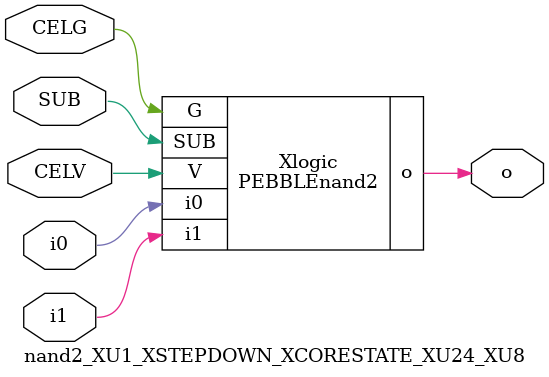
<source format=v>



module PEBBLEnand2 ( o, G, SUB, V, i0, i1 );

  input i0;
  input V;
  input i1;
  input G;
  output o;
  input SUB;
endmodule

//Celera Confidential Do Not Copy nand2_XU1_XSTEPDOWN_XCORESTATE_XU24_XU8
//Celera Confidential Symbol Generator
//5V NAND2
module nand2_XU1_XSTEPDOWN_XCORESTATE_XU24_XU8 (CELV,CELG,i0,i1,o,SUB);
input CELV;
input CELG;
input i0;
input i1;
input SUB;
output o;

//Celera Confidential Do Not Copy nand2
PEBBLEnand2 Xlogic(
.V (CELV),
.i0 (i0),
.i1 (i1),
.o (o),
.SUB (SUB),
.G (CELG)
);
//,diesize,PEBBLEnand2

//Celera Confidential Do Not Copy Module End
//Celera Schematic Generator
endmodule

</source>
